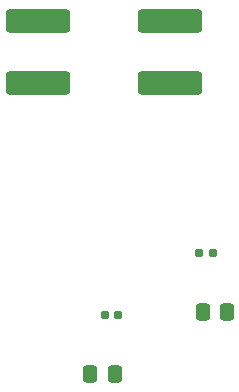
<source format=gbr>
%TF.GenerationSoftware,KiCad,Pcbnew,8.0.0*%
%TF.CreationDate,2024-04-22T22:36:35-07:00*%
%TF.ProjectId,rat-v2,7261742d-7632-42e6-9b69-6361645f7063,rev?*%
%TF.SameCoordinates,Original*%
%TF.FileFunction,Paste,Bot*%
%TF.FilePolarity,Positive*%
%FSLAX46Y46*%
G04 Gerber Fmt 4.6, Leading zero omitted, Abs format (unit mm)*
G04 Created by KiCad (PCBNEW 8.0.0) date 2024-04-22 22:36:35*
%MOMM*%
%LPD*%
G01*
G04 APERTURE LIST*
G04 Aperture macros list*
%AMRoundRect*
0 Rectangle with rounded corners*
0 $1 Rounding radius*
0 $2 $3 $4 $5 $6 $7 $8 $9 X,Y pos of 4 corners*
0 Add a 4 corners polygon primitive as box body*
4,1,4,$2,$3,$4,$5,$6,$7,$8,$9,$2,$3,0*
0 Add four circle primitives for the rounded corners*
1,1,$1+$1,$2,$3*
1,1,$1+$1,$4,$5*
1,1,$1+$1,$6,$7*
1,1,$1+$1,$8,$9*
0 Add four rect primitives between the rounded corners*
20,1,$1+$1,$2,$3,$4,$5,0*
20,1,$1+$1,$4,$5,$6,$7,0*
20,1,$1+$1,$6,$7,$8,$9,0*
20,1,$1+$1,$8,$9,$2,$3,0*%
G04 Aperture macros list end*
%ADD10RoundRect,0.249999X-2.450001X0.737501X-2.450001X-0.737501X2.450001X-0.737501X2.450001X0.737501X0*%
%ADD11RoundRect,0.250000X0.337500X0.475000X-0.337500X0.475000X-0.337500X-0.475000X0.337500X-0.475000X0*%
%ADD12RoundRect,0.155000X0.212500X0.155000X-0.212500X0.155000X-0.212500X-0.155000X0.212500X-0.155000X0*%
%ADD13RoundRect,0.155000X-0.212500X-0.155000X0.212500X-0.155000X0.212500X0.155000X-0.212500X0.155000X0*%
G04 APERTURE END LIST*
D10*
%TO.C,C18*%
X88750000Y-103362500D03*
X88750000Y-108637500D03*
%TD*%
%TO.C,C17*%
X77500000Y-103362500D03*
X77500000Y-108637500D03*
%TD*%
D11*
%TO.C,C14*%
X93537500Y-128000000D03*
X91462500Y-128000000D03*
%TD*%
D12*
%TO.C,C15*%
X84317500Y-128250000D03*
X83182500Y-128250000D03*
%TD*%
D13*
%TO.C,C16*%
X91182500Y-123000000D03*
X92317500Y-123000000D03*
%TD*%
D11*
%TO.C,C13*%
X84037500Y-133250000D03*
X81962500Y-133250000D03*
%TD*%
M02*

</source>
